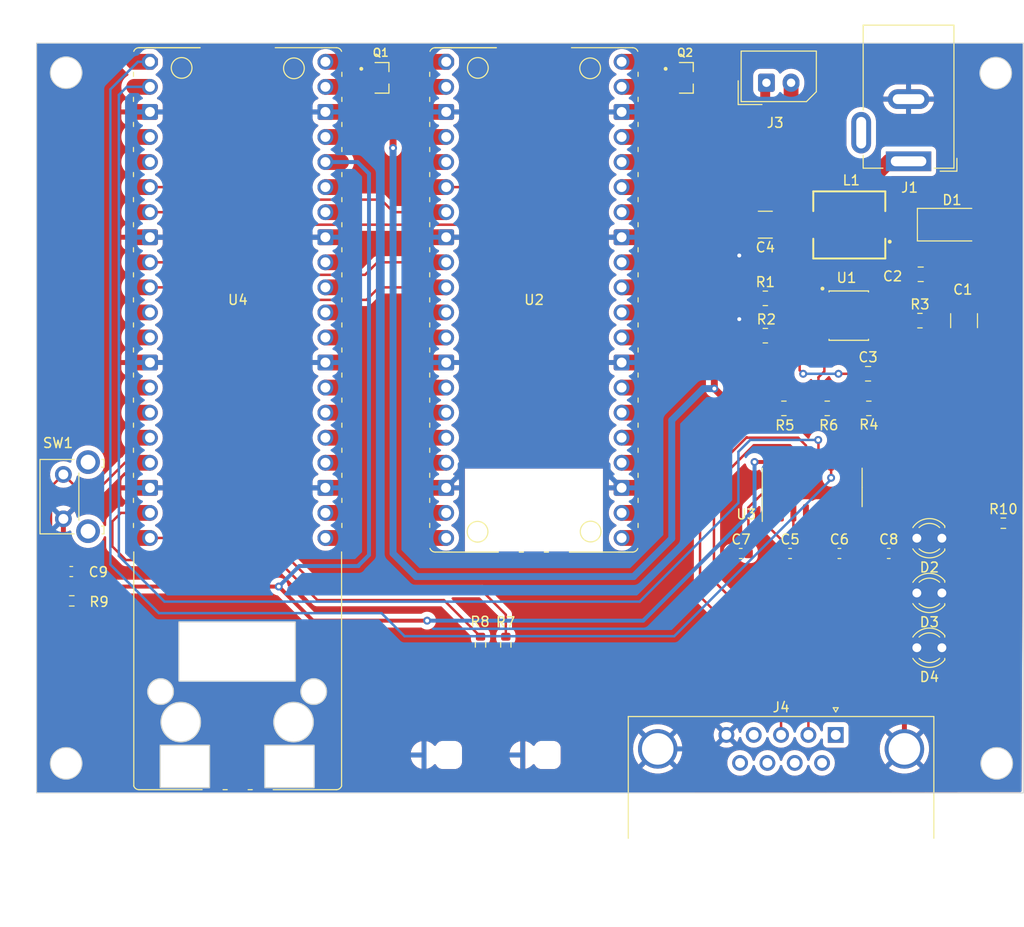
<source format=kicad_pcb>
(kicad_pcb (version 20221018) (generator pcbnew)
  (layers (0 "F.Cu" signal) (31 "B.Cu" signal) (34 "B.Paste" user) (35 "F.Paste" user) (36 "B.SilkS" user "B.Silkscreen") (37 "F.SilkS" user "F.Silkscreen") (38 "B.Mask" user) (39 "F.Mask" user) (44 "Edge.Cuts" user))
  (net 0 "")
  (net 1 "+5V")
  (net 2 "Net-(U1-FB)")
  (net 3 "Net-(C3-Pad2)")
  (net 4 "GND")
  (net 5 "Net-(U1-FREQ)")
  (net 6 "Net-(U1-EN)")
  (net 7 "+24V")
  (net 8 "+3.3V")
  (net 9 "BTN")
  (net 10 "Net-(D2-A)")
  (net 11 "Net-(D3-A)")
  (net 12 "Net-(U3-C1+)")
  (net 13 "Net-(U3-VS+)")
  (net 14 "Net-(U3-C1-)")
  (net 15 "Net-(U3-C2+)")
  (net 16 "Net-(U3-C2-)")
  (net 17 "Net-(U3-VS-)")
  (net 22 "UART0_TX")
  (net 23 "UART0_RX")
  (net 24 "RS232_RX")
  (net 25 "RS232_TX")
  (net 31 "Net-(U1-BST)")
  (net 32 "Net-(U1-SW)")
  (net 33 "Net-(U1-COMP)")
  (net 38 "UART1_RX")
  (net 39 "UART1_TX")
  (net 40 "P6")
  (net 41 "P7")
  (net 64 "Net-(U2-VSYS)")
  (net 65 "Net-(U2-VBUS)")
  (net 81 "Net-(D4-A)")
  (net 82 "Net-(U4-GPIO28_ADC2)")
  (net 83 "Net-(U4-GPIO27_ADC1)")
  (net 86 "Net-(U4-VSYS)")
  (net 87 "Net-(U4-VBUS)")
  (net 88 "+24VP")
  (net 90 "Net-(U4-GPIO26_ADC0)")
  (footprint "Package_SO:SO-16_3.9x9.9mm_P1.27mm" (layer "F.Cu") (at 98.6144 65.0312 90)
    (fp_text reference "U3")
    (fp_text value "MAX3232")
  )
  (footprint "Resistor_SMD:R_0603_1608Metric" (layer "F.Cu") (at 67.564 80.9874 -90)
    (fp_text reference "R7")
    (fp_text value "120")
  )
  (footprint "Connector_Dsub:DSUB-9_Female_Horizontal_P2.77x2.84mm_EdgePinOffset7.70mm_Housed_MountingHolesOffset9.12mm" (layer "F.Cu") (at 101 90.1139)
    (fp_text reference "J4")
    (fp_text value "RS232")
  )
  (footprint "Resistor_SMD:R_0603_1608Metric" (layer "F.Cu") (at 64.9986 80.9874 -90)
    (fp_text reference "R8")
    (fp_text value "120")
  )
  (footprint "LED_THT:LED_D3.0mm" (layer "F.Cu") (at 111.76 75.73 180)
    (fp_text reference "D3")
    (fp_text value "LED")
  )
  (footprint "Capacitor_SMD:C_0603_1608Metric" (layer "F.Cu") (at 106.3738 71.7272)
    (fp_text reference "C8")
    (fp_text value "100nF")
  )
  (footprint "Capacitor_SMD:C_0603_1608Metric" (layer "F.Cu") (at 23.5204 73.5584)
    (fp_text reference "C9")
    (fp_text value "10nF")
  )
  (footprint "Capacitor_SMD:C_0603_1608Metric" (layer "F.Cu") (at 96.3738 71.7272)
    (fp_text reference "C5")
    (fp_text value "100nF")
  )
  (footprint "Resistor_SMD:R_0805_2012Metric" (layer "F.Cu") (at 93.8665 49.6546 180)
    (fp_text reference "R2")
    (fp_text value "24K9")
  )
  (footprint "Resistor_SMD:R_0805_2012Metric" (layer "F.Cu") (at 100.1403 57.0206)
    (fp_text reference "R6")
    (fp_text value "8K2")
  )
  (footprint "Capacitor_SMD:C_0805_2012Metric" (layer "F.Cu") (at 104.2786 53.5136)
    (fp_text reference "C3")
    (fp_text value "220pF")
  )
  (footprint "Resistor_SMD:R_0805_2012Metric" (layer "F.Cu") (at 109.5364 48.1306)
    (fp_text reference "R3")
    (fp_text value "200K")
  )
  (footprint "Resistor_SMD:R_0603_1608Metric" (layer "F.Cu") (at 117.99 68.66)
    (fp_text reference "R10")
    (fp_text value "120")
  )
  (footprint "Capacitor_SMD:C_1210_3225Metric" (layer "F.Cu") (at 114.0068 48.1306 -90)
    (fp_text reference "C1")
    (fp_text value "10uF 50V")
  )
  (footprint "Resistor_SMD:R_0603_1608Metric" (layer "F.Cu") (at 23.5712 76.5302 180)
    (fp_text reference "R9")
    (fp_text value "1K")
  )
  (footprint "LED_THT:LED_D3.0mm" (layer "F.Cu") (at 111.76 70.18 180)
    (fp_text reference "D2")
    (fp_text value "LED")
  )
  (footprint "Resistor_SMD:R_0805_2012Metric" (layer "F.Cu") (at 104.3548 57.0206 180)
    (fp_text reference "R4")
    (fp_text value "68K")
  )
  (footprint "Capacitor_SMD:C_0603_1608Metric" (layer "F.Cu") (at 101.3738 71.7272)
    (fp_text reference "C6")
    (fp_text value "100nF")
  )
  (footprint "Resistor_SMD:R_0805_2012Metric" (layer "F.Cu") (at 95.7461 57.0206)
    (fp_text reference "R5")
    (fp_text value "43K")
  )
  (footprint "0.winners:INDP7368X320_Inductor" (layer "F.Cu") (at 102.3736 38.4278 180)
    (fp_text reference "L1")
    (fp_text value "4.7uH")
  )
  (footprint "Capacitor_SMD:C_0603_1608Metric" (layer "F.Cu") (at 91.3738 71.7272 180)
    (fp_text reference "C7")
    (fp_text value "100nF")
  )
  (footprint "0.winners:Raspberry_Pi_Pico_W_SMT_THT" (layer "F.Cu") (at 61.5188 21.8948)
    (fp_text reference "U2")
    (fp_text value "Raspberry Pi Pico W")
  )
  (footprint "Diode_SMD:D_SMA" (layer "F.Cu") (at 112.7876 38.4024)
    (fp_text reference "D1")
    (fp_text value "SS34")
  )
  (footprint "Connector_BarrelJack:BarrelJack_GCT_DCJ200-10-A_Horizontal" (layer "F.Cu") (at 108.3818 31.9794 180)
    (fp_text reference "J1")
    (fp_text value "Barrel_Jack_MountingPin")
  )
  (footprint "Connector_Molex:Molex_SPOX_5267-02A_1x02_P2.50mm_Vertical" (layer "F.Cu") (at 93.9746 24.018)
    (fp_text reference "J3")
    (fp_text value "Conn_01x02")
  )
  (footprint "Button_Switch_THT:SW_SPST_Omron_B3F-315x_Angled" (layer "F.Cu") (at 22.7222 68.219 90)
    (fp_text reference "SW1")
    (fp_text value "SW_Push")
  )
  (footprint "0.winners:SOT91P240X110-3N_DMG2305UX-7" (layer "F.Cu") (at 85.861 23.5198)
    (fp_text reference "Q2")
    (fp_text value "DMG2305UX-7")
  )
  (footprint "0.winners:SOT91P240X110-3N_DMG2305UX-7" (layer "F.Cu") (at 55.0164 23.5204)
    (fp_text reference "Q1")
    (fp_text value "DMG2305UX-7")
  )
  (footprint "Capacitor_SMD:C_0805_2012Metric" (layer "F.Cu") (at 109.6126 43.4316)
    (fp_text reference "C2")
    (fp_text value "0.1uF")
  )
  (footprint "LED_THT:LED_D3.0mm" (layer "F.Cu") (at 111.76 81.28 180)
    (fp_text reference "D4")
    (fp_text value "LED")
  )
  (footprint "Resistor_SMD:R_0805_2012Metric" (layer "F.Cu") (at 93.8665 45.87)
    (fp_text reference "R1")
    (fp_text value "100K")
  )
  (footprint "0.winners:W5500-EVB-Pico_SMT_THT" (layer "F.Cu") (at 29.836 20.4648)
    (fp_text reference "U4")
    (fp_text value "W5500-EVB-Pico")
    (fp_rect (start 2.7 70.7) (end 7.7 75) (stroke (width 0.12)) (fill none) (layer "Edge.Cuts"))
    (fp_rect (start 4.6 58.2) (end 16.4 64.2) (stroke (width 0.12)) (fill none) (layer "Edge.Cuts"))
    (fp_rect (start 13.3 70.7) (end 18.3 75) (stroke (width 0.12)) (fill none) (layer "Edge.Cuts"))
    (fp_circle (center 2.74 65.26) (end 4.04 65.26) (stroke (width 0.12)) (fill none) (layer "Edge.Cuts"))
    (fp_circle (center 4.785 68.35) (end 6.785 68.35) (stroke (width 0.12)) (fill none) (layer "Edge.Cuts"))
    (fp_circle (center 16.215 68.35) (end 18.215 68.35) (stroke (width 0.12)) (fill none) (layer "Edge.Cuts"))
    (fp_circle (center 18.26 65.26) (end 19.56 65.26) (stroke (width 0.12)) (fill none) (layer "Edge.Cuts"))
  )
  (footprint "0.winners:SOIC127P600X170-9N_MP1584EN" (layer "F.Cu") (at 102.3228 47.6208)
    (fp_text reference "U1")
    (fp_text value "MP1584EN")
  )
  (footprint "Capacitor_SMD:C_1210_3225Metric" (layer "F.Cu") (at 93.8646 38.4024 180)
    (fp_text reference "C4")
    (fp_text value "22uF")
  )
  (gr_circle (center 23 23) (end 24.6 23) (stroke (width 0.1)) (fill none) (layer "Edge.Cuts"))
  (gr_circle (center 23 93) (end 24.6 93) (stroke (width 0.1)) (fill none) (layer "Edge.Cuts"))
  (gr_circle (center 117.221 23.0378) (end 118.821 23.0378) (stroke (width 0.1)) (fill none) (layer "Edge.Cuts"))
  (gr_rect (start 20 20) (end 120 96) (stroke (width 0.1)) (fill none) (layer "Edge.Cuts"))
  (gr_circle (center 117.3226 93) (end 118.9226 93) (stroke (width 0.1)) (fill none) (layer "Edge.Cuts"))
  (segment (start 48.8696 75.5396) (end 65.1764 75.5396) (width 0.25) (layer "F.Cu") (net 0))
  (segment (start 31.496 70.1548) (end 43.4848 70.1548) (width 0.25) (layer "F.Cu") (net 0))
  (segment (start 43.4848 70.1548) (end 48.8696 75.5396) (width 0.25) (layer "F.Cu") (net 0))
  (segment (start 27.686 68.4784) (end 27.686 71.0184) (width 0.25) (layer "F.Cu") (net 0))
  (segment (start 31.496 67.6148) (end 28.5496 67.6148) (width 0.25) (layer "F.Cu") (net 0))
  (segment (start 61.2902 76.454) (end 64.9986 80.1624) (width 0.25) (layer "F.Cu") (net 0))
  (segment (start 28.5496 67.6148) (end 27.686 68.4784) (width 0.25) (layer "F.Cu") (net 0))
  (segment (start 48.4632 76.454) (end 61.2902 76.454) (width 0.25) (layer "F.Cu") (net 0))
  (segment (start 65.1764 75.5396) (end 67.564 77.9272) (width 0.25) (layer "F.Cu") (net 0))
  (segment (start 67.564 77.9272) (end 67.564 80.1624) (width 0.25) (layer "F.Cu") (net 0))
  (segment (start 29.0576 72.39) (end 44.3992 72.39) (width 0.25) (layer "F.Cu") (net 0))
  (segment (start 44.3992 72.39) (end 48.4632 76.454) (width 0.25) (layer "F.Cu") (net 0))
  (segment (start 27.686 71.0184) (end 29.0576 72.39) (width 0.25) (layer "F.Cu") (net 0))
  (segment (start 90.701 57.0206) (end 94.8336 57.0206) (width 0.7) (layer "F.Cu") (net 1))
  (segment (start 95.3396 39.95) (end 95.3396 38.4024) (width 0.7) (layer "F.Cu") (net 1))
  (segment (start 89.4588 28.3972) (end 89.4588 24.9936) (width 0.7) (layer "F.Cu") (net 1))
  (segment (start 95.3396 38.4024) (end 95.365 38.4278) (width 0.7) (layer "F.Cu") (net 1))
  (segment (start 88.6968 46.5928) (end 95.3396 39.95) (width 0.7) (layer "F.Cu") (net 1))
  (segment (start 56.134 23.613) (end 56.0414 23.5204) (width 0.7) (layer "F.Cu") (net 1))
  (segment (start 87.985 23.5198) (end 86.886 23.5198) (width 0.7) (layer "F.Cu") (net 1))
  (segment (start 95.3396 34.278) (end 89.4588 28.3972) (width 0.7) (layer "F.Cu") (net 1))
  (segment (start 89.4588 24.9936) (end 87.985 23.5198) (width 0.7) (layer "F.Cu") (net 1))
  (segment (start 95.3396 38.4024) (end 95.3396 34.278) (width 0.7) (layer "F.Cu") (net 1))
  (segment (start 88.6968 55.0164) (end 88.6968 46.5928) (width 0.7) (layer "F.Cu") (net 1))
  (segment (start 56.134 30.6324) (end 56.134 23.613) (width 0.7) (layer "F.Cu") (net 1))
  (segment (start 95.365 38.4278) (end 99.3736 38.4278) (width 0.7) (layer "F.Cu") (net 1))
  (segment (start 88.6968 55.0164) (end 90.701 57.0206) (width 0.7) (layer "F.Cu") (net 1))
  (via (at 56.134 30.6324) (size 0.8) (drill 0.4) (layers "F.Cu" "B.Cu") (net 1))
  (via (at 88.6968 55.0164) (size 0.8) (drill 0.4) (layers "F.Cu" "B.Cu") (net 1))
  (segment (start 84.3788 58.2168) (end 84.3788 70.2056) (width 0.7) (layer "B.Cu") (net 1))
  (segment (start 88.6968 55.0164) (end 87.5792 55.0164) (width 0.7) (layer "B.Cu") (net 1))
  (segment (start 58.4708 74.0664) (end 56.134 71.7296) (width 0.7) (layer "B.Cu") (net 1))
  (segment (start 56.134 71.7296) (end 56.134 30.6324) (width 0.7) (layer "B.Cu") (net 1))
  (segment (start 84.3788 70.2056) (end 80.518 74.0664) (width 0.7) (layer "B.Cu") (net 1))
  (segment (start 87.5792 55.0164) (end 84.3788 58.2168) (width 0.7) (layer "B.Cu") (net 1))
  (segment (start 80.518 74.0664) (end 58.4708 74.0664) (width 0.7) (layer "B.Cu") (net 1))
  (segment (start 99.2494 53.871) (end 99.2494 56.999) (width 0.25) (layer "F.Cu") (net 2))
  (segment (start 99.8478 53.2726) (end 99.2494 53.871) (width 0.25) (layer "F.Cu") (net 2))
  (segment (start 99.8478 49.5258) (end 99.8478 53.2726) (width 0.25) (layer "F.Cu") (net 2))
  (segment (start 99.2494 56.999) (end 99.2278 57.0206) (width 0.25) (layer "F.Cu") (net 2))
  (segment (start 96.6586 57.0206) (end 99.2278 57.0206) (width 0.25) (layer "F.Cu") (net 2))
  (segment (start 105.2673 57.0206) (end 105.2673 53.5523) (width 0.25) (layer "F.Cu") (net 3))
  (segment (start 105.2673 53.5523) (end 105.2286 53.5136) (width 0.25) (layer "F.Cu") (net 3))
  (segment (start 83.9176 65.1296) (end 80.1878 65.1296) (width 0.5) (layer "F.Cu") (net 4))
  (segment (start 105.828 61.1608) (end 105.828 64.3612) (width 0.5) (layer "F.Cu") (net 4))
  (segment (start 110.4489 49.4985) (end 110.4762 49.5258) (width 0.5) (layer "F.Cu") (net 4))
  (segment (start 91.223 41.5266) (end 91.399 41.5266) (width 0.5) (layer "F.Cu") (net 4))
  (segment (start 22.7222 68.219) (end 24.3932 66.548) (width 0.5) (layer "F.Cu") (net 4))
  (segment (start 103.4423 57.0206) (end 103.4423 58.7751) (width 0.5) (layer "F.Cu") (net 4))
  (segment (start 105.9042 65.7582) (end 107.1488 67.0028) (width 0.5) (layer "F.Cu") (net 4))
  (segment (start 107.96 74.562) (end 107.96 91.5339) (width 0.5) (layer "F.Cu") (net 4))
  (segment (start 101.0528 57.0206) (end 103.4423 57.0206) (width 0.5) (layer "F.Cu") (net 4))
  (segment (start 112.0492 49.5258) (end 112.129 49.6056) (width 0.5) (layer "F.Cu") (net 4))
  (segment (start 28.3972 65.0748) (end 31.496 65.0748) (width 0.5) (layer "F.Cu") (net 4))
  (segment (start 22.7222 68.219) (end 22.7222 70.5758) (width 0.5) (layer "F.Cu") (net 4))
  (segment (start 113.7407 26.9621) (end 116.2426 29.464) (width 0.5) (layer "F.Cu") (net 4))
  (segment (start 90.5988 73.6176) (end 91.3754 74.3942) (width 0.5) (layer "F.Cu") (net 4))
  (segment (start 92.9756 64.3612) (end 95.4394 64.3612) (width 0.5) (layer "F.Cu") (net 4))
  (segment (start 90.5988 71.7272) (end 90.5988 73.6176) (width 0.5) (layer "F.Cu") (net 4))
  (segment (start 24.3932 66.548) (end 26.924 66.548) (width 0.5) (layer "F.Cu") (net 4))
  (segment (start 107.1488 67.0028) (end 107.1488 71.7272) (width 0.5) (layer "F.Cu") (net 4))
  (segment (start 92.954 49.6546) (end 92.0866 49.6546) (width 0.5) (layer "F.Cu") (net 4))
  (segment (start 116.2426 38.4048) (end 116.2426 49.4254) (width 0.5) (layer "F.Cu") (net 4))
  (segment (start 95.4394 64.3612) (end 95.4394 64.6152) (width 0.5) (layer "F.Cu") (net 4))
  (segment (start 105.828 61.1608) (end 109.4856 61.1608) (width 0.5) (layer "F.Cu") (net 4))
  (segment (start 116.0624 49.6056) (end 114.0068 49.6056) (width 0.5) (layer "F.Cu") (net 4))
  (segment (start 105.8534 65.7582) (end 105.9042 65.7582) (width 0.5) (layer "F.Cu") (net 4))
  (segment (start 105.828 65.7328) (end 105.8534 65.7582) (width 0.5) (layer "F.Cu") (net 4))
  (segment (start 22.7222 70.5758) (end 24.2954 72.149) (width 0.5) (layer "F.Cu") (net 4))
  (segment (start 95.4394 64.3612) (end 95.4394 62.4562) (width 0.5) (layer "F.Cu") (net 4))
  (segment (start 95.4394 64.6152) (end 96.5824 65.7582) (width 0.5) (layer "F.Cu") (net 4))
  (segment (start 110.4762 49.5258) (end 112.0492 49.5258) (width 0.5) (layer "F.Cu") (net 4))
  (segment (start 24.2954 72.149) (end 24.2954 73.5584) (width 0.5) (layer "F.Cu") (net 4))
  (segment (start 108.1278 74.3942) (end 108.2294 74.2926) (width 0.5) (layer "F.Cu") (net 4))
  (segment (start 107.1488 71.7272) (end 108.2294 72.8078) (width 0.5) (layer "F.Cu") (net 4))
  (segment (start 91.2484 48.8164) (end 91.2484 48.0036) (width 0.5) (layer "F.Cu") (net 4))
  (segment (start 96.5824 65.7582) (end 105.8534 65.7582) (width 0.5) (layer "F.Cu") (net 4))
  (segment (start 108.3818 25.6794) (end 112.4458 25.6794) (width 0.5) (layer "F.Cu") (net 4))
  (segment (start 90.5988 66.738) (end 92.9756 64.3612) (width 0.5) (layer "F.Cu") (net 4))
  (segment (start 92.0866 49.6546) (end 91.2484 48.8164) (width 0.5) (layer "F.Cu") (net 4))
  (segment (start 89.9906 59.0566) (end 83.9176 65.1296) (width 0.5) (layer "F.Cu") (net 4))
  (segment (start 90.5988 71.7272) (end 90.5988 66.738) (width 0.5) (layer "F.Cu") (net 4))
  (segment (start 84.4296 26.9748) (end 80.8988 26.9748) (width 0.5) (layer "F.Cu") (net 4))
  (segment (start 105.828 64.3612) (end 105.828 65.7328) (width 0.5) (layer "F.Cu") (net 4))
  (segment (start 103.4423 58.7751) (end 103.542 58.8748) (width 0.5) (layer "F.Cu") (net 4))
  (segment (start 109.4856 61.1608) (end 110.4762 60.1702) (width 0.5) (layer "F.Cu") (net 4))
  (segment (start 91.399 41.5266) (end 92.3896 40.536) (width 0.5) (layer "F.Cu") (net 4))
  (segment (start 116.2426 38.4048) (end 114.79 38.4048) (width 0.5) (layer "F.Cu") (net 4))
  (segment (start 116.2426 29.464) (end 116.2426 38.4048) (width 0.5) (layer "F.Cu") (net 4))
  (segment (start 114.79 38.4048) (end 114.7876 38.4024) (width 0.5) (layer "F.Cu") (net 4))
  (segment (start 112.129 49.6056) (end 114.0068 49.6056) (width 0.5) (layer "F.Cu") (net 4))
  (segment (start 91.2484 48.0036) (end 91.223 47.9782) (width 0.5) (layer "F.Cu") (net 4))
  (segment (start 92.3896 38.4024) (end 92.3896 34.9348) (width 0.5) (layer "F.Cu") (net 4))
  (segment (start 91.3754 74.3942) (end 108.1278 74.3942) (width 0.5) (layer "F.Cu") (net 4))
  (segment (start 103.3602 59.0566) (end 89.9906 59.0566) (width 0.5) (layer "F.Cu") (net 4))
  (segment (start 104.7978 49.5258) (end 110.4762 49.5258) (width 0.5) (layer "F.Cu") (net 4))
  (segment (start 113.7285 26.9621) (end 113.7407 26.9621) (width 0.5) (layer "F.Cu") (net 4))
  (segment (start 108.2294 72.8078) (end 108.2294 74.2926) (width 0.5) (layer "F.Cu") (net 4))
  (segment (start 92.3896 38.4024) (end 92.3896 40.536) (width 0.5) (layer "F.Cu") (net 4))
  (segment (start 92.3896 34.9348) (end 84.4296 26.9748) (width 0.5) (layer "F.Cu") (net 4))
  (segment (start 116.2426 49.4254) (end 116.0624 49.6056) (width 0.5) (layer "F.Cu") (net 4))
  (segment (start 110.4762 60.1702) (end 110.4762 49.5258) (width 0.5) (layer "F.Cu") (net 4))
  (segment (start 26.924 66.548) (end 28.3972 65.0748) (width 0.5) (layer "F.Cu") (net 4))
  (segment (start 108.1278 74.3942) (end 107.96 74.562) (width 0.5) (layer "F.Cu") (net 4))
  (segment (start 112.4458 25.6794) (end 113.7285 26.9621) (width 0.5) (layer "F.Cu") (net 4))
  (segment (start 110.4489 48.1306) (end 110.4489 49.4985) (width 0.5) (layer "F.Cu") (net 4))
  (segment (start 103.542 58.8748) (end 105.828 61.1608) (width 0.5) (layer "F.Cu") (net 4))
  (segment (start 103.542 58.8748) (end 103.3602 59.0566) (width 0.5) (layer "F.Cu") (net 4))
  (via (at 91.223 41.5266) (size 0.8) (drill 0.4) (layers "F.Cu" "B.Cu") (net 4))
  (via (at 91.223 47.9782) (size 0.8) (drill 0.4) (layers "F.Cu" "B.Cu") (net 4))
  (segment (start 61.5188 26.9748) (end 70.7136 26.9748) (width 0.5) (layer "B.Cu") (net 4))
  (segment (start 70.5612 39.6748) (end 70.5612 27.1272) (width 0.5) (layer "B.Cu") (net 4))
  (segment (start 40.1828 52.3748) (end 31.496 52.3748) (width 0.5) (layer "B.Cu") (net 4))
  (segment (start 91.223 46.378) (end 91.223 41.5266) (width 0.5) (layer "B.Cu") (net 4))
  (segment (start 40.3352 52.3748) (end 40.3352 39.6748) (width 0.5) (layer "B.Cu") (net 4))
  (segment (start 62.9412 63.6524) (end 62.9412 62.6872) (width 0.5) (layer "B.Cu") (net 4))
  (segment (start 77.9272 62.738) (end 77.9272 63.7032) (width 0.5) (layer "B.Cu") (net 4))
  (segment (start 40.5384 26.9748) (end 31.496 26.9748) (width 0.5) (layer "B.Cu") (net 4))
  (segment (start 49.276 39.6748) (end 40.3352 39.6748) (width 0.5) (layer "B.Cu") (net 4))
  (segment (start 77.9272 63.7032) (end 79.2988 65.0748) (width 0.5) (layer "B.Cu") (net 4))
  (segment (start 49.276 65.0748) (end 40.1828 65.0748) (width 0.5) (layer "B.Cu") (net 4))
  (segment (start 91.2016 46.3566) (end 91.223 46.378) (width 0.5) (layer "B.Cu") (net 4))
  (segment (start 70.5612 39.6748) (end 79.2988 39.6748) (width 0.5) (layer "B.Cu") (net 4))
  (segment (start 40.3352 27.178) (end 40.5384 26.9748) (width 0.5) (layer "B.Cu") (net 4))
  (segment (start 79.1294 87.6808) (end 79.1294 87.7033) (width 0.5) (layer "B.Cu") (net 4))
  (segment (start 70.612 39.7256) (end 70.5612 39.6748) (width 0.5) (layer "B.Cu") (net 4))
  (segment (start 79.1294 87.7033) (end 82.96 91.5339) (width 0.5) (layer "B.Cu") (net 4))
  (segment (start 82.96 91.5339) (end 88.5 91.5339) (width 0.5) (layer "B.Cu") (net 4))
  (segment (start 91.223 47.9782) (end 91.223 46.378) (width 0.5) (layer "B.Cu") (net 4))
  (segment (start 70.612 52.3748) (end 79.2988 52.3748) (width 0.5) (layer "B.Cu") (net 4))
  (segment (start 70.612 52.3748) (end 70.612 39.7256) (width 0.5) (layer "B.Cu") (net 4))
  (segment (start 49.276 52.3748) (end 40.3352 52.3748) (width 0.5) (layer "B.Cu") (net 4))
  (segment (start 70.612 52.3748) (end 70.612 61.7728) (width 0.5) (layer "B.Cu") (net 4))
  (segment (start 82.96 91.5339) (end 86.2961 94.87) (width 0.5) (layer "B.Cu") (net 4))
  (segment (start 70.612 61.7728) (end 76.962 61.7728) (width 0.5) (layer "B.Cu") (net 4))
  (segment (start 40.3352 52.3748) (end 40.1828 52.3748) (width 0.5) (layer "B.Cu") (net 4))
  (segment (start 104.6239 94.87) (end 107.96 91.5339) (width 0.5) (layer "B.Cu") (net 4))
  (segment (start 76.962 61.7728) (end 77.9272 62.738) (width 0.5) (layer "B.Cu") (net 4))
  (segment (start 70.5612 27.1272) (end 70.7136 26.9748) (width 0.5) (layer "B.Cu") (net 4))
  (segment (start 61.5188 39.6748) (end 70.5612 39.6748) (width 0.5) (layer "B.Cu") (net 4))
  (segment (start 61.5188 52.3748) (end 70.612 52.3748) (width 0.5) (layer "B.Cu") (net 4))
  (segment (start 70.7136 26.9748) (end 79.2988 26.9748) (width 0.5) (layer "B.Cu") (net 4))
  (segment (start 40.3352 39.6748) (end 31.496 39.6748) (width 0.5) (layer "B.Cu") (net 4))
  (segment (start 40.1828 65.0748) (end 31.496 65.0748) (width 0.5) (layer "B.Cu") (net 4))
  (segment (start 88.5 91.5339) (end 89.92 90.1139) (width 0.5) (layer "B.Cu") (net 4))
  (segment (start 63.8556 61.7728) (end 70.612 61.7728) (width 0.5) (layer "B.Cu") (net 4))
  (segment (start 62.9412 62.6872) (end 63.8556 61.7728) (width 0.5) (layer "B.Cu") (net 4))
  (segment (start 61.5188 26.9748) (end 49.276 26.9748) (width 0.5) (layer "B.Cu") (net 4))
  (segment (start 49.276 26.9748) (end 40.5384 26.9748) (width 0.5) (layer "B.Cu") (net 4))
  (segment (start 40.1828 52.3748) (end 40.1828 65.0748) (width 0.5) (layer "B.Cu") (net 4))
  (segment (start 40.3352 39.6748) (end 40.3352 27.178) (width 0.5) (layer "B.Cu") (net 4))
  (segment (start 86.2961 94.87) (end 104.6239 94.87) (width 0.5) (layer "B.Cu") (net 4))
  (segment (start 61.5188 65.0748) (end 62.9412 63.6524) (width 0.5) (layer "B.Cu") (net 4))
  (segment (start 89.8389 90.1139) (end 89.9425 90.1139) (width 0.5) (layer "B.Cu") (net 4))
  (segment (start 108.4987 48.2558) (end 108.6239 48.1306) (width 0.25) (layer "F.Cu") (net 5))
  (segment (start 104.7978 48.2558) (end 108.4987 48.2558) (width 0.25) (layer "F.Cu") (net 5))
  (segment (start 97.6474 46.9858) (end 96.5316 45.87) (width 0.25) (layer "F.Cu") (net 6))
  (segment (start 99.8478 46.9858) (end 97.6474 46.9858) (width 0.25) (layer "F.Cu") (net 6))
  (segment (start 94.779 45.87) (end 94.779 49.6546) (width 0.25) (layer "F.Cu") (net 6))
  (segment (start 96.5316 45.87) (end 94.779 45.87) (width 0.25) (layer "F.Cu") (net 6))
  (segment (start 95.7188 41.8568) (end 92.954 44.6216) (width 1) (layer "F.Cu") (net 7))
  (segment (start 92.954 44.6216) (end 92.954 45.87) (width 1) (layer "F.Cu") (net 7))
  (segment (start 112.776 36.0818) (end 111.5914 34.8972) (width 1) (layer "F.Cu") (net 7))
  (segment (start 100.4546 34.8972) (end 102.4244 34.8972) (width 1) (layer "F.Cu") (net 7))
  (segment (start 93.853 28.2956) (end 100.4546 34.8972) (width 1) (layer "F.Cu") (net 7))
  (segment (start 107.0726 46.9876) (end 108.5458 45.5144) (width 1) (layer "F.Cu") (net 7))
  (segment (start 108.5458 45.5144) (end 111.3398 45.5144) (width 1) (layer "F.Cu") (net 7))
  (segment (start 104.7978 46.9858) (end 104.7996 46.9876) (width 1) (layer "F.Cu") (net 7))
  (segment (start 112.6098 44.2444) (end 114.0068 44.2444) (width 1) (layer "F.Cu") (net 7))
  (segment (start 112.776 41.2356) (end 112.776 36.0818) (width 1) (layer "F.Cu") (net 7))
  (segment (start 104.7996 46.9876) (end 107.0726 46.9876) (width 1) (layer "F.Cu") (net 7))
  (segment (start 111.5914 34.8972) (end 102.4244 34.8972) (width 1) (layer "F.Cu") (net 7))
  (segment (start 93.853 24.1396) (end 93.9746 24.018) (width 1) (layer "F.Cu") (net 7))
  (segment (start 111.3398 45.5144) (end 112.6098 44.2444) (width 1) (layer "F.Cu") (net 7))
  (segment (start 114.0068 46.6556) (end 114.0068 44.2444) (width 1) (layer "F.Cu") (net 7))
  (segment (start 93.853 28.2956) (end 93.853 24.1396) (width 1) (layer "F.Cu") (net 7))
  (segment (start 102.4244 34.8972) (end 102.4244 40.5106) (width 1) (layer "F.Cu") (net 7))
  (segment (start 114.0068 42.4664) (end 112.776 41.2356) (width 1) (layer "F.Cu") (net 7))
  (segment (start 101.0782 41.8568) (end 95.7188 41.8568) (width 1) (layer "F.Cu") (net 7))
  (segment (start 114.0068 44.2444) (end 114.0068 42.4664) (width 1) (layer "F.Cu") (net 7))
  (segment (start 102.4244 40.5106) (end 101.0782 41.8568) (width 1) (layer "F.Cu") (net 7))
  (segment (start 28.194 75.0824) (end 44.5516 75.0824) (width 0.4) (layer "F.Cu") (net 8))
  (segment (start 26.7462 76.5302) (end 28.194 75.0824) (width 0.4) (layer "F.Cu") (net 8))
  (segment (start 24.3962 76.5302) (end 26.7462 76.5302) (width 0.4) (layer "F.Cu") (net 8))
  (segment (start 48.006 78.5368) (end 59.5884 78.5368) (width 0.4) (layer "F.Cu") (net 8))
  (segment (start 24.2954 76.4802) (end 24.32 76.5048) (width 0.4) (layer "F.Cu") (net 8))
  (segment (start 94.1694 62.4562) (end 92.7724 62.4562) (width 0.4) (layer "F.Cu") (net 8))
  (segment (start 44.5516 75.0824) (end 48.006 78.5368) (width 0.4) (layer "F.Cu") (net 8))
  (via (at 92.7724 62.4562) (size 0.8) (drill 0.4) (layers "F.Cu" "B.Cu") (net 8))
  (via (at 44.5516 75.0824) (size 0.8) (drill 0.4) (layers "F.Cu" "B.Cu") (net 8))
  (via (at 59.5884 78.5368) (size 0.8) (drill 0.4) (layers "F.Cu" "B.Cu") (net 8))
  (segment (start 53.6956 71.882) (end 53.6956 33.2232) (width 0.4) (layer "B.Cu") (net 8))
  (segment (start 92.7724 67.2476) (end 92.7724 62.4562) (width 0.4) (layer "B.Cu") (net 8))
  (segment (start 52.6288 72.9996) (end 52.6288 72.9488) (width 0.4) (layer "B.Cu") (net 8))
  (segment (start 81.4832 78.5368) (end 92.7724 67.2476) (width 0.4) (layer "B.Cu") (net 8))
  (segment (start 53.6956 33.2232) (end 52.5272 32.0548) (width 0.4) (layer "B.Cu") (net 8))
  (segment (start 46.6344 72.9996) (end 52.6288 72.9996) (width 0.4) (layer "B.Cu") (net 8))
  (segment (start 44.5516 75.0824) (end 46.6344 72.9996) (width 0.4) (layer "B.Cu") (net 8))
  (segment (start 52.5272 32.0548) (end 49.276 32.0548) (width 0.4) (layer "B.Cu") (net 8))
  (segment (start 52.6288 72.9488) (end 53.6956 71.882) (width 0.4) (layer "B.Cu") (net 8))
  (segment (start 59.5884 78.5368) (end 81.4832 78.5368) (width 0.4) (layer "B.Cu") (net 8))
  (segment (start 21.463 64.9732) (end 21.463 71.5264) (width 0.25) (layer "F.Cu") (net 9))
  (segment (start 28.956 62.5348) (end 26.3652 65.1256) (width 0.25) (layer "F.Cu") (net 9))
  (segment (start 22.7462 73.5592) (end 22.7454 73.5584) (width 0.25) (layer "F.Cu") (net 9))
  (segment (start 31.496 62.5348) (end 28.956 62.5348) (width 0.25) (layer "F.Cu") (net 9))
  (segment (start 26.3652 65.1256) (end 24.1288 65.1256) (width 0.25) (layer "F.Cu") (net 9))
  (segment (start 22.7454 76.5294) (end 22.7462 76.5302) (width 0.25) (layer "F.Cu") (net 9))
  (segment (start 22.7462 76.5302) (end 22.7462 73.5592) (width 0.25) (layer "F.Cu") (net 9))
  (segment (start 24.1288 65.1256) (end 22.7222 63.719) (width 0.25) (layer "F.Cu") (net 9))
  (segment (start 22.7172 63.719) (end 21.463 64.9732) (width 0.25) (layer "F.Cu") (net 9))
  (segment (start 22.7222 63.719) (end 22.7172 63.719) (width 0.25) (layer "F.Cu") (net 9))
  (segment (start 22.7222 73.5352) (end 22.7454 73.5584) (width 0.25) (layer "F.Cu") (net 9))
  (segment (start 22.7454 73.5584) (end 22.7454 72.8088) (width 0.25) (layer "F.Cu") (net 9))
  (segment (start 22.7454 72.8088) (end 21.463 71.5264) (width 0.25) (layer "F.Cu") (net 9))
  (segment (start 95.5988 70.4756) (end 95.5988 71.7272) (width 0.25) (layer "F.Cu") (net 12))
  (segment (start 95.6172 70.4572) (end 95.5988 70.4756) (width 0.25) (layer "F.Cu") (net 12))
  (segment (start 94.1694 67.6062) (end 94.1694 69.0094) (width 0.25) (layer "F.Cu") (net 12))
  (segment (start 94.1694 69.0094) (end 95.6172 70.4572) (width 0.25) (layer "F.Cu") (net 12))
  (segment (start 94.7028 65.7582) (end 95.4394 66.4948) (width 0.25) (layer "F.Cu") (net 13))
  (segment (start 95.4394 66.4948) (end 95.4394 67.6062) (width 0.25) (layer "F.Cu") (net 13))
  (segment (start 92.1488 67.0676) (end 93.4582 65.7582) (width 0.25) (layer "F.Cu") (net 13))
  (segment (start 93.4582 65.7582) (end 94.7028 65.7582) (width 0.25) (layer "F.Cu") (net 13))
  (segment (start 92.1488 71.7272) (end 92.1488 67.0676) (width 0.25) (layer "F.Cu") (net 13))
  (segment (start 97.1412 71.7196) (end 97.1488 71.7272) (width 0.25) (layer "F.Cu") (net 14))
  (segment (start 96.7094 69.3142) (end 97.1412 69.746) (width 0.25) (layer "F.Cu") (net 14))
  (segment (start 96.7094 67.6062) (end 96.7094 69.3142) (width 0.25) (layer "F.Cu") (net 14))
  (segment (start 97.1412 69.746) (end 97.1412 71.7196) (width 0.25) (layer "F.Cu") (net 14))
  (segment (start 97.9794 69.1078) (end 100.5988 71.7272) (width 0.25) (layer "F.Cu") (net 15))
  (segment (start 97.9794 67.6062) (end 97.9794 69.1078) (width 0.25) (layer "F.Cu") (net 15))
  (segment (start 99.2494 68.8062) (end 100.7734 70.3302) (width 0.25) (layer "F.Cu") (net 16))
  (segment (start 101.51 70.3302) (end 102.1488 70.969) (width 0.25) (layer "F.Cu") (net 16))
  (segment (start 102.1488 70.969) (end 102.1488 71.7272) (width 0.25) (layer "F.Cu") (net 16))
  (segment (start 99.2494 67.6062) (end 99.2494 68.8062) (width 0.25) (layer "F.Cu") (net 16))
  (segment (start 100.7734 70.3302) (end 101.51 70.3302) (width 0.25) (layer "F.Cu") (net 16))
  (segment (start 102.1196 69.6952) (end 104.1516 71.7272) (width 0.25) (layer "F.Cu") (net 17))
  (segment (start 104.1516 71.7272) (end 105.5988 71.7272) (width 0.25) (layer "F.Cu") (net 17))
  (segment (start 100.5194 68.8062) (end 101.4084 69.6952) (width 0.25) (layer "F.Cu") (net 17))
  (segment (start 101.4084 69.6952) (end 102.1196 69.6952) (width 0.25) (layer "F.Cu") (net 17))
  (segment (start 100.5194 67.6062) (end 100.5194 68.8062) (width 0.25) (layer "F.Cu") (net 17))
  (segment (start 100.5332 64.0588) (end 100.5332 62.47) (width 0.25) (layer "F.Cu") (net 22))
  (segment (start 100.5332 62.47) (end 100.5194 62.4562) (width 0.25) (layer "F.Cu") (net 22))
  (via (at 100.5332 64.0588) (size 0.8) (drill 0.4) (layers "F.Cu" "B.Cu") (net 22))
  (segment (start 27.4828 24.6888) (end 30.2768 21.8948) (width 0.25) (layer "B.Cu") (net 22))
  (segment (start 100.4824 64.1096) (end 100.4824 64.262) (width 0.25) (layer "B.Cu") (net 22))
  (segment (start 54.9656 77.7748) (end 32.4104 77.7748) (width 0.25) (layer "B.Cu") (net 22))
  (segment (start 100.5332 64.0588) (end 100.4824 64.1096) (width 0.25) (layer "B.Cu") (net 22))
  (segment (start 32.4104 77.7748) (end 27.4828 72.8472) (width 0.25) (layer "B.Cu") (net 22))
  (segment (start 30.2768 21.8948) (end 31.496 21.8948) (width 0.25) (layer "B.Cu") (net 22))
  (segment (start 27.4828 72.8472) (end 27.4828 24.6888) (width 0.25) (layer "B.Cu") (net 22))
  (segment (start 100.4824 64.262) (end 84.6328 80.1116) (width 0.25) (layer "B.Cu") (net 22))
  (segment (start 57.3024 80.1116) (end 54.9656 77.7748) (width 0.25) (layer "B.Cu") (net 22))
  (segment (start 84.6328 80.1116) (end 57.3024 80.1116) (width 0.25) (layer "B.Cu") (net 22))
  (segment (start 99.2494 60.2464) (end 99.224 60.221) (width 0.25) (layer "F.Cu") (net 23))
  (segment (start 99.2494 62.4562) (end 99.2494 60.2464) (width 0.25) (layer "F.Cu") (net 23))
  (via (at 99.224 60.221) (size 0.8) (drill 0.4) (layers "F.Cu" "B.Cu") (net 23))
  (segment (start 29.1592 24.4348) (end 28.3464 25.2476) (width 0.25) (layer "B.Cu") (net 23))
  (segment (start 81.1276 76.6064) (end 91.1352 66.5988) (width 0.25) (layer "B.Cu") (net 23))
  (segment (start 31.496 24.4348) (end 29.1592 24.4348) (width 0.25) (layer "B.Cu") (net 23))
  (segment (start 32.9692 76.6064) (end 81.1276 76.6064) (width 0.25) (layer "B.Cu") (net 23))
  (segment (start 28.3464 25.2476) (end 28.3464 71.9836) (width 0.25) (layer "B.Cu") (net 23))
  (segment (start 28.3464 71.9836) (end 32.9692 76.6064) (width 0.25) (layer "B.Cu") (net 23))
  (segment (start 91.1352 61.4172) (end 92.3314 60.221) (width 0.25) (layer "B.Cu") (net 23))
  (segment (start 92.3314 60.221) (end 99.224 60.221) (width 0.25) (layer "B.Cu") (net 23))
  (segment (start 91.1352 66.5988) (end 91.1352 61.4172) (width 0.25) (layer "B.Cu") (net 23))
  (segment (start 87.2491 64.6775) (end 91.985 59.9416) (width 0.25) (layer "F.Cu") (net 24))
  (segment (start 87.2491 75.35) (end 87.2491 64.6775) (width 0.25) (layer "F.Cu") (net 24))
  (segment (start 87.2491 75.35) (end 87.2491 76.0891) (width 0.25) (layer "F.Cu") (net 24))
  (segment (start 92.0358 59.9924) (end 97.192 59.9924) (width 0.25) (layer "F.Cu") (net 24))
  (segment (start 91.985 59.9416) (end 92.0358 59.9924) (width 0.25) (layer "F.Cu") (net 24))
  (segment (start 97.9794 60.7798) (end 97.9794 62.4562) (width 0.25) (layer "F.Cu") (net 24))
  (segment (start 87.2491 76.0891) (end 95.46 84.3) (width 0.25) (layer "F.Cu") (net 24))
  (segment (start 95.46 84.3) (end 95.46 90.1139) (width 0.25) (layer "F.Cu") (net 24))
  (segment (start 97.192 59.9924) (end 97.9794 60.7798) (width 0.25) (layer "F.Cu") (net 24))
  (segment (start 88.6576 64.793) (end 88.6576 74.5212) (width 0.25) (layer "F.Cu") (net 25))
  (segment (start 98.23 84.0936) (end 98.23 90.1139) (width 0.25) (layer "F.Cu") (net 25))
  (segment (start 96.3538 60.7544) (end 92.6962 60.7544) (width 0.25) (layer "F.Cu") (net 25))
  (segment (start 92.6962 60.7544) (end 88.6576 64.793) (width 0.25) (layer "F.Cu") (net 25))
  (segment (start 96.7094 61.11) (end 96.3538 60.7544) (width 0.25) (layer "F.Cu") (net 25))
  (segment (start 90.2632 76.1268) (end 98.23 84.0936) (width 0.25) (layer "F.Cu") (net 25))
  (segment (start 88.6576 74.5212) (end 90.2632 76.1268) (width 0.25) (layer "F.Cu") (net 25))
  (segment (start 96.7094 62.4562) (end 96.7094 61.11) (width 0.25) (layer "F.Cu") (net 25))
  (segment (start 106.3378 45.7158) (end 107.1488 44.9048) (width 0.25) (layer "F.Cu") (net 31))
  (segment (start 107.1488 43.9904) (end 107.1488 44.9048) (width 0.25) (layer "F.Cu") (net 31))
  (segment (start 107.7076 43.4316) (end 107.1488 43.9904) (width 0.25) (layer "F.Cu") (net 31))
  (segment (start 104.7978 45.7158) (end 106.3378 45.7158) (width 0.25) (layer "F.Cu") (net 31))
  (segment (start 108.6626 43.4316) (end 107.7076 43.4316) (width 0.25) (layer "F.Cu") (net 31))
  (segment (start 108.8644 38.4278) (end 105.3736 38.4278) (width 0.5) (layer "F.Cu") (net 32))
  (segment (start 110.5626 42.629) (end 108.8644 40.9308) (width 0.5) (layer "F.Cu") (net 32))
  (segment (start 99.8478 45.7158) (end 99.8478 43.5698) (width 0.5) (layer "F.Cu") (net 32))
  (segment (start 110.5626 43.4316) (end 110.5626 42.629) (width 0.5) (layer "F.Cu") (net 32))
  (segment (start 108.8644 40.9308) (end 108.8644 38.4278) (width 0.5) (layer "F.Cu") (net 32))
  (segment (start 105.3736 41.2952) (end 105.3736 38.4278) (width 0.5) (layer "F.Cu") (net 32))
  (segment (start 99.8478 43.5698) (end 100.24 43.1776) (width 0.5) (layer "F.Cu") (net 32))
  (segment (start 103.4912 43.1776) (end 105.3736 41.2952) (width 0.5) (layer "F.Cu") (net 32))
  (segment (start 100.24 43.1776) (end 103.4912 43.1776) (width 0.5) (layer "F.Cu") (net 32))
  (segment (start 108.8644 38.4278) (end 110.7622 38.4278) (width 0.5) (layer "F.Cu") (net 32))
  (segment (start 110.7622 38.4278) (end 110.7876 38.4024) (width 0.5) (layer "F.Cu") (net 32))
  (segment (start 101.2814 53.5154) (end 103.3268 53.5154) (width 0.25) (layer "F.Cu") (net 33))
  (segment (start 103.3268 53.5154) (end 103.3286 53.5136) (width 0.25) (layer "F.Cu") (net 33))
  (segment (start 97.3444 49.172) (end 97.3444 53.1598) (width 0.25) (layer "F.Cu") (net 33))
  (segment (start 99.8478 48.2558) (end 98.2606 48.2558) (width 0.25) (layer "F.Cu") (net 33))
  (segment (start 98.2606 48.2558) (end 97.3444 49.172) (width 0.25) (layer "F.Cu") (net 33))
  (segment (start 97.3444 53.1598) (end 97.7 53.5154) (width 0.25) (layer "F.Cu") (net 33))
  (via (at 97.7 53.5154) (size 0.8) (drill 0.4) (layers "F.Cu" "B.Cu") (net 33))
  (via (at 101.2814 53.5154) (size 0.8) (drill 0.4) (layers "F.Cu" "B.Cu") (net 33))
  (segment (start 97.7 53.5154) (end 101.2814 53.5154) (width 0.25) (layer "B.Cu") (net 33))
  (segment (start 65.1256 37.2364) (end 63.9572 38.4048) (width 0.25) (layer "F.Cu") (net 38))
  (segment (start 61.5188 34.5948) (end 64.008 34.5948) (width 0.25) (layer "F.Cu") (net 38))
  (segment (start 45.6184 38.4048) (end 44.3484 37.1348) (width 0.25) (layer "F.Cu") (net 38))
  (segment (start 63.9572 38.4048) (end 45.6184 38.4048) (width 0.25) (layer "F.Cu") (net 38))
  (segment (start 65.1256 35.7124) (end 65.1256 37.2364) (width 0.25) (layer "F.Cu") (net 38))
  (segment (start 64.008 34.5948) (end 65.1256 35.7124) (width 0.25) (layer "F.Cu") (net 38))
  (segment (start 44.3484 37.1348) (end 31.496 37.1348) (width 0.25) (layer "F.Cu") (net 38))
  (segment (start 36.4236 34.5948) (end 37.6936 35.8648) (width 0.25) (layer "F.Cu") (net 39))
  (segment (start 56.1848 37.1348) (end 61.5188 37.1348) (width 0.25) (layer "F.Cu") (net 39))
  (segment (start 37.6936 35.8648) (end 54.9148 35.8648) (width 0.25) (layer "F.Cu") (net 39))
  (segment (start 31.496 34.5948) (end 36.4236 34.5948) (width 0.25) (layer "F.Cu") (net 39))
  (segment (start 54.9148 35.8648) (end 56.1848 37.1348) (width 0.25) (layer "F.Cu") (net 39))
  (segment (start 43.0784 43.4848) (end 53.2892 43.4848) (width 0.25) (layer "F.Cu") (net 40))
  (segment (start 31.496 42.2148) (end 41.8084 42.2148) (width 0.25) (layer "F.Cu") (net 40))
  (segment (start 53.2892 43.4848) (end 54.5592 42.2148) (width 0.25) (layer "F.Cu") (net 40))
  (segment (start 54.5592 42.2148) (end 61.5188 42.2148) (width 0.25) (layer "F.Cu") (net 40))
  (segment (start 41.8084 42.2148) (end 43.0784 43.4848) (width 0.25) (layer "F.Cu") (net 40))
  (segment (start 54.7116 44.7548) (end 61.5188 44.7548) (width 0.25) (layer "F.Cu") (net 41))
  (segment (start 42.7736 46.0248) (end 53.4416 46.0248) (width 0.25) (layer "F.Cu") (net 41))
  (segment (start 31.496 44.7548) (end 41.5036 44.7548) (width 0.25) (layer "F.Cu") (net 41))
  (segment (start 41.5036 44.7548) (end 42.7736 46.0248) (width 0.25) (layer "F.Cu") (net 41))
  (segment (start 53.4416 46.0248) (end 54.7116 44.7548) (width 0.25) (layer "F.Cu") (net 41))
  (segment (start 79.2988 24.4348) (end 84.836 24.4348) (width 0.7) (layer "F.Cu") (net 64))
  (segment (start 83.8188 22.6048) (end 84.836 22.6048) (width 0.7) (layer "F.Cu") (net 65))
  (segment (start 79.2988 21.8948) (end 83.1088 21.8948) (width 0.7) (layer "F.Cu") (net 65))
  (segment (start 83.1088 21.8948) (end 83.8188 22.6048) (width 0.7) (layer "F.Cu") (net 65))
  (segment (start 67.564 81.8124) (end 67.564 84.1756) (width 0.25) (layer "F.Cu") (net 82))
  (segment (start 67.564 84.1756) (end 71.7804 88.392) (width 0.25) (layer "F.Cu") (net 82))
  (segment (start 65.024 84.2772) (end 65.024 81.8378) (width 0.25) (layer "F.Cu") (net 83))
  (segment (start 61.7728 87.5284) (end 65.024 84.2772) (width 0.25) (layer "F.Cu") (net 83))
  (segment (start 53.9908 24.4348) (end 53.9914 24.4354) (width 0.7) (layer "F.Cu") (net 86))
  (segment (start 49.276 24.4348) (end 53.9908 24.4348) (width 0.7) (layer "F.Cu") (net 86))
  (segment (start 49.276 21.8948) (end 52.578 21.8948) (width 0.7) (layer "F.Cu") (net 87))
  (segment (start 53.2886 22.6054) (end 53.9914 22.6054) (width 0.7) (layer "F.Cu") (net 87))
  (segment (start 52.578 21.8948) (end 53.2886 22.6054) (width 0.7) (layer "F.Cu") (net 87))
  (segment (start 108.3818 31.9794) (end 107.0602 31.9794) (width 1.5) (layer "F.Cu") (net 88))
  (segment (start 101.7016 32.9184) (end 105.4608 32.9184) (width 1.5) (layer "F.Cu") (net 88))
  (segment (start 96.4746 27.6298) (end 96.4746 24.018) (width 1.5) (layer "F.Cu") (net 88))
  (segment (start 105.4608 32.9184) (end 106.3998 31.9794) (width 1.5) (layer "F.Cu") (net 88))
  (segment (start 96.4438 27.6606) (end 96.4746 27.6298) (width 1.5) (layer "F.Cu") (net 88))
  (segment (start 106.3998 31.9794) (end 108.3818 31.9794) (width 1.5) (layer "F.Cu") (net 88))
  (segment (start 96.4438 27.6606) (end 101.7016 32.9184) (width 1.5) (layer "F.Cu") (net 88))
  (zone (net 4) (net_name "GND") (layers "F&B.Cu") (connect_pads (clearance 0.5)) (min_thickness 0.25) (fill yes (thermal_gap 0.5) (thermal_bridge_width 0.5))
    (polygon (pts (xy 20.0152 19.9136) (xy 120.0912 19.9136) (xy 119.8372 95.9104) (xy 19.8628 96.012)))
  )
)
</source>
